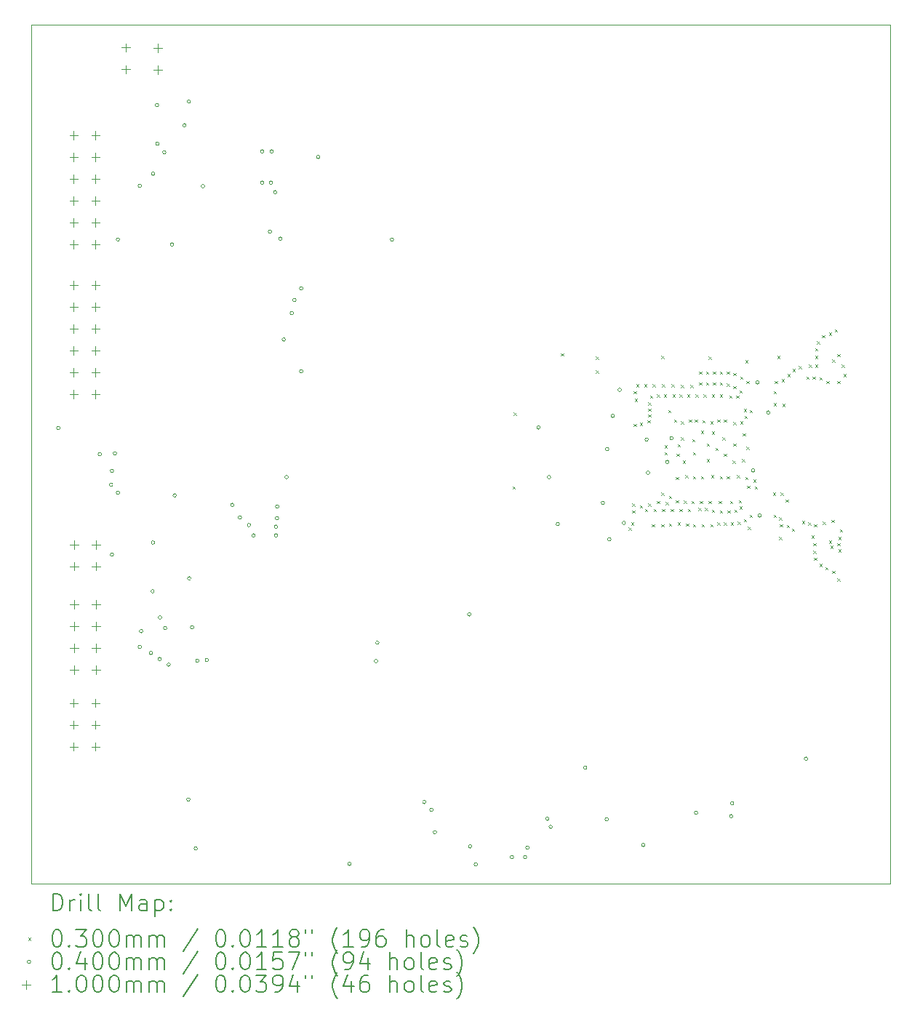
<source format=gbr>
%FSLAX45Y45*%
G04 Gerber Fmt 4.5, Leading zero omitted, Abs format (unit mm)*
G04 Created by KiCad (PCBNEW 6.0.4-6f826c9f35~116~ubuntu18.04.1) date 2022-03-28 12:00:20*
%MOMM*%
%LPD*%
G01*
G04 APERTURE LIST*
%TA.AperFunction,Profile*%
%ADD10C,0.100000*%
%TD*%
%ADD11C,0.200000*%
%ADD12C,0.030000*%
%ADD13C,0.040000*%
%ADD14C,0.100000*%
G04 APERTURE END LIST*
D10*
X2997474Y-2312623D02*
X12997474Y-2312623D01*
X12997474Y-2312623D02*
X12997474Y-12312623D01*
X12997474Y-12312623D02*
X2997474Y-12312623D01*
X2997474Y-12312623D02*
X2997474Y-2312623D01*
D11*
D12*
X8602474Y-7687623D02*
X8632474Y-7717623D01*
X8632474Y-7687623D02*
X8602474Y-7717623D01*
X8612474Y-6827623D02*
X8642474Y-6857623D01*
X8642474Y-6827623D02*
X8612474Y-6857623D01*
X9162208Y-6136736D02*
X9192208Y-6166736D01*
X9192208Y-6136736D02*
X9162208Y-6166736D01*
X9572474Y-6177623D02*
X9602474Y-6207623D01*
X9602474Y-6177623D02*
X9572474Y-6207623D01*
X9572474Y-6337623D02*
X9602474Y-6367623D01*
X9602474Y-6337623D02*
X9572474Y-6367623D01*
X9952474Y-8167623D02*
X9982474Y-8197623D01*
X9982474Y-8167623D02*
X9952474Y-8197623D01*
X9982474Y-8107623D02*
X10012474Y-8137623D01*
X10012474Y-8107623D02*
X9982474Y-8137623D01*
X9992474Y-7887623D02*
X10022474Y-7917623D01*
X10022474Y-7887623D02*
X9992474Y-7917623D01*
X9992474Y-7967623D02*
X10022474Y-7997623D01*
X10022474Y-7967623D02*
X9992474Y-7997623D01*
X10012474Y-6577623D02*
X10042474Y-6607623D01*
X10042474Y-6577623D02*
X10012474Y-6607623D01*
X10012474Y-6957623D02*
X10042474Y-6987623D01*
X10042474Y-6957623D02*
X10012474Y-6987623D01*
X10022474Y-6667623D02*
X10052474Y-6697623D01*
X10052474Y-6667623D02*
X10022474Y-6697623D01*
X10042474Y-6497623D02*
X10072474Y-6527623D01*
X10072474Y-6497623D02*
X10042474Y-6527623D01*
X10082474Y-6947623D02*
X10112474Y-6977623D01*
X10112474Y-6947623D02*
X10082474Y-6977623D01*
X10082474Y-7907623D02*
X10112474Y-7937623D01*
X10112474Y-7907623D02*
X10082474Y-7937623D01*
X10132474Y-6497623D02*
X10162474Y-6527623D01*
X10162474Y-6497623D02*
X10132474Y-6527623D01*
X10142474Y-7947623D02*
X10172474Y-7977623D01*
X10172474Y-7947623D02*
X10142474Y-7977623D01*
X10172474Y-6917623D02*
X10202474Y-6947623D01*
X10202474Y-6917623D02*
X10172474Y-6947623D01*
X10182474Y-6707623D02*
X10212474Y-6737623D01*
X10212474Y-6707623D02*
X10182474Y-6737623D01*
X10182474Y-6847623D02*
X10212474Y-6877623D01*
X10212474Y-6847623D02*
X10182474Y-6877623D01*
X10182474Y-7887623D02*
X10212474Y-7917623D01*
X10212474Y-7887623D02*
X10182474Y-7917623D01*
X10182568Y-6781377D02*
X10212568Y-6811377D01*
X10212568Y-6781377D02*
X10182568Y-6811377D01*
X10202474Y-6627623D02*
X10232474Y-6657623D01*
X10232474Y-6627623D02*
X10202474Y-6657623D01*
X10222474Y-8127623D02*
X10252474Y-8157623D01*
X10252474Y-8127623D02*
X10222474Y-8157623D01*
X10232474Y-6497623D02*
X10262474Y-6527623D01*
X10262474Y-6497623D02*
X10232474Y-6527623D01*
X10242474Y-7947623D02*
X10272474Y-7977623D01*
X10272474Y-7947623D02*
X10242474Y-7977623D01*
X10282474Y-6617623D02*
X10312474Y-6647623D01*
X10312474Y-6617623D02*
X10282474Y-6647623D01*
X10282474Y-7857623D02*
X10312474Y-7887623D01*
X10312474Y-7857623D02*
X10282474Y-7887623D01*
X10332474Y-6167623D02*
X10362474Y-6197623D01*
X10362474Y-6167623D02*
X10332474Y-6197623D01*
X10332474Y-7757623D02*
X10362474Y-7787623D01*
X10362474Y-7757623D02*
X10332474Y-7787623D01*
X10332474Y-8127623D02*
X10362474Y-8157623D01*
X10362474Y-8127623D02*
X10332474Y-8157623D01*
X10342474Y-6497623D02*
X10372474Y-6527623D01*
X10372474Y-6497623D02*
X10342474Y-6527623D01*
X10342474Y-7947623D02*
X10372474Y-7977623D01*
X10372474Y-7947623D02*
X10342474Y-7977623D01*
X10362474Y-6617623D02*
X10392474Y-6647623D01*
X10392474Y-6617623D02*
X10362474Y-6647623D01*
X10372474Y-7207623D02*
X10402474Y-7237623D01*
X10402474Y-7207623D02*
X10372474Y-7237623D01*
X10372474Y-7287623D02*
X10402474Y-7317623D01*
X10402474Y-7287623D02*
X10372474Y-7317623D01*
X10382474Y-7867623D02*
X10412474Y-7897623D01*
X10412474Y-7867623D02*
X10382474Y-7897623D01*
X10412474Y-6797623D02*
X10442474Y-6827623D01*
X10442474Y-6797623D02*
X10412474Y-6827623D01*
X10422474Y-7797623D02*
X10452474Y-7827623D01*
X10452474Y-7797623D02*
X10422474Y-7827623D01*
X10422474Y-8117623D02*
X10452474Y-8147623D01*
X10452474Y-8117623D02*
X10422474Y-8147623D01*
X10442474Y-7947623D02*
X10472474Y-7977623D01*
X10472474Y-7947623D02*
X10442474Y-7977623D01*
X10452474Y-6497623D02*
X10482474Y-6527623D01*
X10482474Y-6497623D02*
X10452474Y-6527623D01*
X10462474Y-6617623D02*
X10492474Y-6647623D01*
X10492474Y-6617623D02*
X10462474Y-6647623D01*
X10482474Y-6907623D02*
X10512474Y-6937623D01*
X10512474Y-6907623D02*
X10482474Y-6937623D01*
X10502474Y-7577623D02*
X10532474Y-7607623D01*
X10532474Y-7577623D02*
X10502474Y-7607623D01*
X10502474Y-7847623D02*
X10532474Y-7877623D01*
X10532474Y-7847623D02*
X10502474Y-7877623D01*
X10512474Y-7307623D02*
X10542474Y-7337623D01*
X10542474Y-7307623D02*
X10512474Y-7337623D01*
X10522474Y-7197623D02*
X10552474Y-7227623D01*
X10552474Y-7197623D02*
X10522474Y-7227623D01*
X10522474Y-8107623D02*
X10552474Y-8137623D01*
X10552474Y-8107623D02*
X10522474Y-8137623D01*
X10542474Y-6617623D02*
X10572474Y-6647623D01*
X10572474Y-6617623D02*
X10542474Y-6647623D01*
X10542474Y-7947623D02*
X10572474Y-7977623D01*
X10572474Y-7947623D02*
X10542474Y-7977623D01*
X10562474Y-6507623D02*
X10592474Y-6537623D01*
X10592474Y-6507623D02*
X10562474Y-6537623D01*
X10562474Y-6927623D02*
X10592474Y-6957623D01*
X10592474Y-6927623D02*
X10562474Y-6957623D01*
X10562474Y-7117623D02*
X10592474Y-7147623D01*
X10592474Y-7117623D02*
X10562474Y-7147623D01*
X10582474Y-7387623D02*
X10612474Y-7417623D01*
X10612474Y-7387623D02*
X10582474Y-7417623D01*
X10596514Y-7854399D02*
X10626514Y-7884399D01*
X10626514Y-7854399D02*
X10596514Y-7884399D01*
X10612474Y-7557623D02*
X10642474Y-7587623D01*
X10642474Y-7557623D02*
X10612474Y-7587623D01*
X10622474Y-8117623D02*
X10652474Y-8147623D01*
X10652474Y-8117623D02*
X10622474Y-8147623D01*
X10632474Y-6617623D02*
X10662474Y-6647623D01*
X10662474Y-6617623D02*
X10632474Y-6647623D01*
X10642474Y-7947623D02*
X10672474Y-7977623D01*
X10672474Y-7947623D02*
X10642474Y-7977623D01*
X10652474Y-6907623D02*
X10682474Y-6937623D01*
X10682474Y-6907623D02*
X10652474Y-6937623D01*
X10672474Y-6507623D02*
X10702474Y-6537623D01*
X10702474Y-6507623D02*
X10672474Y-6537623D01*
X10682474Y-7857623D02*
X10712474Y-7887623D01*
X10712474Y-7857623D02*
X10682474Y-7887623D01*
X10692474Y-7137623D02*
X10722474Y-7167623D01*
X10722474Y-7137623D02*
X10692474Y-7167623D01*
X10702474Y-7287623D02*
X10732474Y-7317623D01*
X10732474Y-7287623D02*
X10702474Y-7317623D01*
X10702474Y-7567623D02*
X10732474Y-7597623D01*
X10732474Y-7567623D02*
X10702474Y-7597623D01*
X10702474Y-8127623D02*
X10732474Y-8157623D01*
X10732474Y-8127623D02*
X10702474Y-8157623D01*
X10722474Y-6907623D02*
X10752474Y-6937623D01*
X10752474Y-6907623D02*
X10722474Y-6937623D01*
X10732474Y-6617623D02*
X10762474Y-6647623D01*
X10762474Y-6617623D02*
X10732474Y-6647623D01*
X10762474Y-7937623D02*
X10792474Y-7967623D01*
X10792474Y-7937623D02*
X10762474Y-7967623D01*
X10772474Y-6347623D02*
X10802474Y-6377623D01*
X10802474Y-6347623D02*
X10772474Y-6377623D01*
X10772474Y-6477623D02*
X10802474Y-6507623D01*
X10802474Y-6477623D02*
X10772474Y-6507623D01*
X10782474Y-7857623D02*
X10812474Y-7887623D01*
X10812474Y-7857623D02*
X10782474Y-7887623D01*
X10792474Y-7037623D02*
X10822474Y-7067623D01*
X10822474Y-7037623D02*
X10792474Y-7067623D01*
X10792474Y-7567623D02*
X10822474Y-7597623D01*
X10822474Y-7567623D02*
X10792474Y-7597623D01*
X10802474Y-8127623D02*
X10832474Y-8157623D01*
X10832474Y-8127623D02*
X10802474Y-8157623D01*
X10812474Y-6917623D02*
X10842474Y-6947623D01*
X10842474Y-6917623D02*
X10812474Y-6947623D01*
X10822474Y-6617623D02*
X10852474Y-6647623D01*
X10852474Y-6617623D02*
X10822474Y-6647623D01*
X10842474Y-7937623D02*
X10872474Y-7967623D01*
X10872474Y-7937623D02*
X10842474Y-7967623D01*
X10852474Y-6347623D02*
X10882474Y-6377623D01*
X10882474Y-6347623D02*
X10852474Y-6377623D01*
X10852474Y-6477623D02*
X10882474Y-6507623D01*
X10882474Y-6477623D02*
X10852474Y-6507623D01*
X10862474Y-7187623D02*
X10892474Y-7217623D01*
X10892474Y-7187623D02*
X10862474Y-7217623D01*
X10862474Y-7367623D02*
X10892474Y-7397623D01*
X10892474Y-7367623D02*
X10862474Y-7397623D01*
X10882474Y-6177623D02*
X10912474Y-6207623D01*
X10912474Y-6177623D02*
X10882474Y-6207623D01*
X10882474Y-7857623D02*
X10912474Y-7887623D01*
X10912474Y-7857623D02*
X10882474Y-7887623D01*
X10902474Y-6927623D02*
X10932474Y-6957623D01*
X10932474Y-6927623D02*
X10902474Y-6957623D01*
X10902474Y-8127623D02*
X10932474Y-8157623D01*
X10932474Y-8127623D02*
X10902474Y-8157623D01*
X10912474Y-7557623D02*
X10942474Y-7587623D01*
X10942474Y-7557623D02*
X10912474Y-7587623D01*
X10922474Y-6617623D02*
X10952474Y-6647623D01*
X10952474Y-6617623D02*
X10922474Y-6647623D01*
X10922474Y-7047623D02*
X10952474Y-7077623D01*
X10952474Y-7047623D02*
X10922474Y-7077623D01*
X10922474Y-7957623D02*
X10952474Y-7987623D01*
X10952474Y-7957623D02*
X10922474Y-7987623D01*
X10932474Y-6347623D02*
X10962474Y-6377623D01*
X10962474Y-6347623D02*
X10932474Y-6377623D01*
X10932474Y-6477623D02*
X10962474Y-6507623D01*
X10962474Y-6477623D02*
X10932474Y-6507623D01*
X10962474Y-7237623D02*
X10992474Y-7267623D01*
X10992474Y-7237623D02*
X10962474Y-7267623D01*
X10982474Y-6907623D02*
X11012474Y-6937623D01*
X11012474Y-6907623D02*
X10982474Y-6937623D01*
X10982474Y-8107623D02*
X11012474Y-8137623D01*
X11012474Y-8107623D02*
X10982474Y-8137623D01*
X11002474Y-7857623D02*
X11032474Y-7887623D01*
X11032474Y-7857623D02*
X11002474Y-7887623D01*
X11012474Y-6347623D02*
X11042474Y-6377623D01*
X11042474Y-6347623D02*
X11012474Y-6377623D01*
X11012474Y-6477623D02*
X11042474Y-6507623D01*
X11042474Y-6477623D02*
X11012474Y-6507623D01*
X11012474Y-6617623D02*
X11042474Y-6647623D01*
X11042474Y-6617623D02*
X11012474Y-6647623D01*
X11012474Y-7567623D02*
X11042474Y-7597623D01*
X11042474Y-7567623D02*
X11012474Y-7597623D01*
X11012474Y-7967623D02*
X11042474Y-7997623D01*
X11042474Y-7967623D02*
X11012474Y-7997623D01*
X11042474Y-7117623D02*
X11072474Y-7147623D01*
X11072474Y-7117623D02*
X11042474Y-7147623D01*
X11062474Y-6907623D02*
X11092474Y-6937623D01*
X11092474Y-6907623D02*
X11062474Y-6937623D01*
X11062474Y-7307623D02*
X11092474Y-7337623D01*
X11092474Y-7307623D02*
X11062474Y-7337623D01*
X11062474Y-8107623D02*
X11092474Y-8137623D01*
X11092474Y-8107623D02*
X11062474Y-8137623D01*
X11092474Y-6347623D02*
X11122474Y-6377623D01*
X11122474Y-6347623D02*
X11092474Y-6377623D01*
X11092474Y-6487623D02*
X11122474Y-6517623D01*
X11122474Y-6487623D02*
X11092474Y-6517623D01*
X11092474Y-7567623D02*
X11122474Y-7597623D01*
X11122474Y-7567623D02*
X11092474Y-7597623D01*
X11102474Y-7967623D02*
X11132474Y-7997623D01*
X11132474Y-7967623D02*
X11102474Y-7997623D01*
X11122474Y-6627623D02*
X11152474Y-6657623D01*
X11152474Y-6627623D02*
X11122474Y-6657623D01*
X11132474Y-7857623D02*
X11162474Y-7887623D01*
X11162474Y-7857623D02*
X11132474Y-7887623D01*
X11142474Y-8107623D02*
X11172474Y-8137623D01*
X11172474Y-8107623D02*
X11142474Y-8137623D01*
X11162474Y-7387623D02*
X11192474Y-7417623D01*
X11192474Y-7387623D02*
X11162474Y-7417623D01*
X11172474Y-6367623D02*
X11202474Y-6397623D01*
X11202474Y-6367623D02*
X11172474Y-6397623D01*
X11172474Y-6517623D02*
X11202474Y-6547623D01*
X11202474Y-6517623D02*
X11172474Y-6547623D01*
X11172474Y-6937623D02*
X11202474Y-6967623D01*
X11202474Y-6937623D02*
X11172474Y-6967623D01*
X11172474Y-7187623D02*
X11202474Y-7217623D01*
X11202474Y-7187623D02*
X11172474Y-7217623D01*
X11182474Y-7957623D02*
X11212474Y-7987623D01*
X11212474Y-7957623D02*
X11182474Y-7987623D01*
X11202474Y-6627623D02*
X11232474Y-6657623D01*
X11232474Y-6627623D02*
X11202474Y-6657623D01*
X11212474Y-7557623D02*
X11242474Y-7587623D01*
X11242474Y-7557623D02*
X11212474Y-7587623D01*
X11222474Y-8097623D02*
X11252474Y-8127623D01*
X11252474Y-8097623D02*
X11222474Y-8127623D01*
X11232474Y-7847623D02*
X11262474Y-7877623D01*
X11262474Y-7847623D02*
X11232474Y-7877623D01*
X11242474Y-6567623D02*
X11272474Y-6597623D01*
X11272474Y-6567623D02*
X11242474Y-6597623D01*
X11242474Y-7917623D02*
X11272474Y-7947623D01*
X11272474Y-7917623D02*
X11242474Y-7947623D01*
X11252474Y-6407623D02*
X11282474Y-6437623D01*
X11282474Y-6407623D02*
X11252474Y-6437623D01*
X11252474Y-6927623D02*
X11282474Y-6957623D01*
X11282474Y-6927623D02*
X11252474Y-6957623D01*
X11272474Y-7367623D02*
X11302474Y-7397623D01*
X11302474Y-7367623D02*
X11272474Y-7397623D01*
X11282474Y-7067623D02*
X11312474Y-7097623D01*
X11312474Y-7067623D02*
X11282474Y-7097623D01*
X11292474Y-6787623D02*
X11322474Y-6817623D01*
X11322474Y-6787623D02*
X11292474Y-6817623D01*
X11292474Y-8067623D02*
X11322474Y-8097623D01*
X11322474Y-8067623D02*
X11292474Y-8097623D01*
X11302474Y-6867623D02*
X11332474Y-6897623D01*
X11332474Y-6867623D02*
X11302474Y-6897623D01*
X11312474Y-6217623D02*
X11342474Y-6247623D01*
X11342474Y-6217623D02*
X11312474Y-6247623D01*
X11312474Y-7577623D02*
X11342474Y-7607623D01*
X11342474Y-7577623D02*
X11312474Y-7607623D01*
X11322474Y-6457623D02*
X11352474Y-6487623D01*
X11352474Y-6457623D02*
X11322474Y-6487623D01*
X11322474Y-7227623D02*
X11352474Y-7257623D01*
X11352474Y-7227623D02*
X11322474Y-7257623D01*
X11332474Y-7677623D02*
X11362474Y-7707623D01*
X11362474Y-7677623D02*
X11332474Y-7707623D01*
X11342474Y-8157623D02*
X11372474Y-8187623D01*
X11372474Y-8157623D02*
X11342474Y-8187623D01*
X11362474Y-6797623D02*
X11392474Y-6827623D01*
X11392474Y-6797623D02*
X11362474Y-6827623D01*
X11362474Y-8017623D02*
X11392474Y-8047623D01*
X11392474Y-8017623D02*
X11362474Y-8047623D01*
X11402474Y-7607623D02*
X11432474Y-7637623D01*
X11432474Y-7607623D02*
X11402474Y-7637623D01*
X11422474Y-7687623D02*
X11452474Y-7717623D01*
X11452474Y-7687623D02*
X11422474Y-7717623D01*
X11632474Y-7757623D02*
X11662474Y-7787623D01*
X11662474Y-7757623D02*
X11632474Y-7787623D01*
X11642474Y-6577623D02*
X11672474Y-6607623D01*
X11672474Y-6577623D02*
X11642474Y-6607623D01*
X11642474Y-6717623D02*
X11672474Y-6747623D01*
X11672474Y-6717623D02*
X11642474Y-6747623D01*
X11642474Y-8017623D02*
X11672474Y-8047623D01*
X11672474Y-8017623D02*
X11642474Y-8047623D01*
X11652474Y-6457623D02*
X11682474Y-6487623D01*
X11682474Y-6457623D02*
X11652474Y-6487623D01*
X11682474Y-6167623D02*
X11712474Y-6197623D01*
X11712474Y-6167623D02*
X11682474Y-6197623D01*
X11702474Y-8047623D02*
X11732474Y-8077623D01*
X11732474Y-8047623D02*
X11702474Y-8077623D01*
X11702474Y-8277623D02*
X11732474Y-8307623D01*
X11732474Y-8277623D02*
X11702474Y-8307623D01*
X11712474Y-8127623D02*
X11742474Y-8157623D01*
X11742474Y-8127623D02*
X11712474Y-8157623D01*
X11722474Y-7757623D02*
X11752474Y-7787623D01*
X11752474Y-7757623D02*
X11722474Y-7787623D01*
X11732474Y-6437623D02*
X11762474Y-6467623D01*
X11762474Y-6437623D02*
X11732474Y-6467623D01*
X11742474Y-6727623D02*
X11772474Y-6757623D01*
X11772474Y-6727623D02*
X11742474Y-6757623D01*
X11782474Y-7837623D02*
X11812474Y-7867623D01*
X11812474Y-7837623D02*
X11782474Y-7867623D01*
X11792474Y-8137623D02*
X11822474Y-8167623D01*
X11822474Y-8137623D02*
X11792474Y-8167623D01*
X11802474Y-6377623D02*
X11832474Y-6407623D01*
X11832474Y-6377623D02*
X11802474Y-6407623D01*
X11852474Y-8177623D02*
X11882474Y-8207623D01*
X11882474Y-8177623D02*
X11852474Y-8207623D01*
X11862474Y-6317623D02*
X11892474Y-6347623D01*
X11892474Y-6317623D02*
X11862474Y-6347623D01*
X11932474Y-6287623D02*
X11962474Y-6317623D01*
X11962474Y-6287623D02*
X11932474Y-6317623D01*
X11972474Y-8087623D02*
X12002474Y-8117623D01*
X12002474Y-8087623D02*
X11972474Y-8117623D01*
X12022474Y-6407623D02*
X12052474Y-6437623D01*
X12052474Y-6407623D02*
X12022474Y-6437623D01*
X12042474Y-8107623D02*
X12072474Y-8137623D01*
X12072474Y-8107623D02*
X12042474Y-8137623D01*
X12052474Y-6267623D02*
X12082474Y-6297623D01*
X12082474Y-6267623D02*
X12052474Y-6297623D01*
X12082474Y-8257623D02*
X12112474Y-8287623D01*
X12112474Y-8257623D02*
X12082474Y-8287623D01*
X12092474Y-6407623D02*
X12122474Y-6437623D01*
X12122474Y-6407623D02*
X12092474Y-6437623D01*
X12102474Y-8347623D02*
X12132474Y-8377623D01*
X12132474Y-8347623D02*
X12102474Y-8377623D01*
X12102474Y-8437623D02*
X12132474Y-8467623D01*
X12132474Y-8437623D02*
X12102474Y-8467623D01*
X12112474Y-8127623D02*
X12142474Y-8157623D01*
X12142474Y-8127623D02*
X12112474Y-8157623D01*
X12112474Y-8517623D02*
X12142474Y-8547623D01*
X12142474Y-8517623D02*
X12112474Y-8547623D01*
X12122474Y-6077623D02*
X12152474Y-6107623D01*
X12152474Y-6077623D02*
X12122474Y-6107623D01*
X12122474Y-6167623D02*
X12152474Y-6197623D01*
X12152474Y-6167623D02*
X12122474Y-6197623D01*
X12122474Y-6267623D02*
X12152474Y-6297623D01*
X12152474Y-6267623D02*
X12122474Y-6297623D01*
X12142474Y-5997623D02*
X12172474Y-6027623D01*
X12172474Y-5997623D02*
X12142474Y-6027623D01*
X12172474Y-6417623D02*
X12202474Y-6447623D01*
X12202474Y-6417623D02*
X12172474Y-6447623D01*
X12172474Y-8587623D02*
X12202474Y-8617623D01*
X12202474Y-8587623D02*
X12172474Y-8617623D01*
X12202474Y-5927623D02*
X12232474Y-5957623D01*
X12232474Y-5927623D02*
X12202474Y-5957623D01*
X12212474Y-8097623D02*
X12242474Y-8127623D01*
X12242474Y-8097623D02*
X12212474Y-8127623D01*
X12242474Y-8627623D02*
X12272474Y-8657623D01*
X12272474Y-8627623D02*
X12242474Y-8657623D01*
X12252474Y-6457623D02*
X12282474Y-6487623D01*
X12282474Y-6457623D02*
X12252474Y-6487623D01*
X12282474Y-5897623D02*
X12312474Y-5927623D01*
X12312474Y-5897623D02*
X12282474Y-5927623D01*
X12282474Y-8317623D02*
X12312474Y-8347623D01*
X12312474Y-8317623D02*
X12282474Y-8347623D01*
X12302474Y-8377623D02*
X12332474Y-8407623D01*
X12332474Y-8377623D02*
X12302474Y-8407623D01*
X12312474Y-8077623D02*
X12342474Y-8107623D01*
X12342474Y-8077623D02*
X12312474Y-8107623D01*
X12322474Y-6207623D02*
X12352474Y-6237623D01*
X12352474Y-6207623D02*
X12322474Y-6237623D01*
X12322474Y-8667623D02*
X12352474Y-8697623D01*
X12352474Y-8667623D02*
X12322474Y-8697623D01*
X12352474Y-5857623D02*
X12382474Y-5887623D01*
X12382474Y-5857623D02*
X12352474Y-5887623D01*
X12382474Y-6147623D02*
X12412474Y-6177623D01*
X12412474Y-6147623D02*
X12382474Y-6177623D01*
X12382474Y-6457623D02*
X12412474Y-6487623D01*
X12412474Y-6457623D02*
X12382474Y-6487623D01*
X12382474Y-8347623D02*
X12412474Y-8377623D01*
X12412474Y-8347623D02*
X12382474Y-8377623D01*
X12382474Y-8757623D02*
X12412474Y-8787623D01*
X12412474Y-8757623D02*
X12382474Y-8787623D01*
X12392474Y-8277623D02*
X12422474Y-8307623D01*
X12422474Y-8277623D02*
X12392474Y-8307623D01*
X12392474Y-8417623D02*
X12422474Y-8447623D01*
X12422474Y-8417623D02*
X12392474Y-8447623D01*
X12412474Y-8187623D02*
X12442474Y-8217623D01*
X12442474Y-8187623D02*
X12412474Y-8217623D01*
X12432474Y-6267623D02*
X12462474Y-6297623D01*
X12462474Y-6267623D02*
X12432474Y-6297623D01*
X12452474Y-6377623D02*
X12482474Y-6407623D01*
X12482474Y-6377623D02*
X12452474Y-6407623D01*
D13*
X3332474Y-7007623D02*
G75*
G03*
X3332474Y-7007623I-20000J0D01*
G01*
X3817474Y-7312623D02*
G75*
G03*
X3817474Y-7312623I-20000J0D01*
G01*
X3947524Y-7666620D02*
G75*
G03*
X3947524Y-7666620I-20000J0D01*
G01*
X3957474Y-8482623D02*
G75*
G03*
X3957474Y-8482623I-20000J0D01*
G01*
X3957524Y-7506131D02*
G75*
G03*
X3957524Y-7506131I-20000J0D01*
G01*
X3992474Y-7302623D02*
G75*
G03*
X3992474Y-7302623I-20000J0D01*
G01*
X4027474Y-4812623D02*
G75*
G03*
X4027474Y-4812623I-20000J0D01*
G01*
X4027474Y-7762623D02*
G75*
G03*
X4027474Y-7762623I-20000J0D01*
G01*
X4282474Y-4187623D02*
G75*
G03*
X4282474Y-4187623I-20000J0D01*
G01*
X4282474Y-9557623D02*
G75*
G03*
X4282474Y-9557623I-20000J0D01*
G01*
X4297474Y-9372623D02*
G75*
G03*
X4297474Y-9372623I-20000J0D01*
G01*
X4412474Y-9627623D02*
G75*
G03*
X4412474Y-9627623I-20000J0D01*
G01*
X4430876Y-8907673D02*
G75*
G03*
X4430876Y-8907673I-20000J0D01*
G01*
X4436224Y-8341373D02*
G75*
G03*
X4436224Y-8341373I-20000J0D01*
G01*
X4437474Y-4047623D02*
G75*
G03*
X4437474Y-4047623I-20000J0D01*
G01*
X4482474Y-3247623D02*
G75*
G03*
X4482474Y-3247623I-20000J0D01*
G01*
X4487474Y-3697623D02*
G75*
G03*
X4487474Y-3697623I-20000J0D01*
G01*
X4512474Y-9697623D02*
G75*
G03*
X4512474Y-9697623I-20000J0D01*
G01*
X4517474Y-9212623D02*
G75*
G03*
X4517474Y-9212623I-20000J0D01*
G01*
X4567474Y-3797623D02*
G75*
G03*
X4567474Y-3797623I-20000J0D01*
G01*
X4577474Y-9337623D02*
G75*
G03*
X4577474Y-9337623I-20000J0D01*
G01*
X4617474Y-9762623D02*
G75*
G03*
X4617474Y-9762623I-20000J0D01*
G01*
X4657474Y-4872573D02*
G75*
G03*
X4657474Y-4872573I-20000J0D01*
G01*
X4687474Y-7792623D02*
G75*
G03*
X4687474Y-7792623I-20000J0D01*
G01*
X4802474Y-3482623D02*
G75*
G03*
X4802474Y-3482623I-20000J0D01*
G01*
X4847474Y-11332623D02*
G75*
G03*
X4847474Y-11332623I-20000J0D01*
G01*
X4852474Y-3207623D02*
G75*
G03*
X4852474Y-3207623I-20000J0D01*
G01*
X4857474Y-8757623D02*
G75*
G03*
X4857474Y-8757623I-20000J0D01*
G01*
X4892474Y-9327623D02*
G75*
G03*
X4892474Y-9327623I-20000J0D01*
G01*
X4932474Y-11902623D02*
G75*
G03*
X4932474Y-11902623I-20000J0D01*
G01*
X4952474Y-9717623D02*
G75*
G03*
X4952474Y-9717623I-20000J0D01*
G01*
X5017474Y-4192623D02*
G75*
G03*
X5017474Y-4192623I-20000J0D01*
G01*
X5062474Y-9707623D02*
G75*
G03*
X5062474Y-9707623I-20000J0D01*
G01*
X5357474Y-7902623D02*
G75*
G03*
X5357474Y-7902623I-20000J0D01*
G01*
X5447474Y-8047623D02*
G75*
G03*
X5447474Y-8047623I-20000J0D01*
G01*
X5552474Y-8137623D02*
G75*
G03*
X5552474Y-8137623I-20000J0D01*
G01*
X5607523Y-8257672D02*
G75*
G03*
X5607523Y-8257672I-20000J0D01*
G01*
X5707474Y-3787623D02*
G75*
G03*
X5707474Y-3787623I-20000J0D01*
G01*
X5707524Y-4152623D02*
G75*
G03*
X5707524Y-4152623I-20000J0D01*
G01*
X5797524Y-4722479D02*
G75*
G03*
X5797524Y-4722479I-20000J0D01*
G01*
X5807474Y-4152623D02*
G75*
G03*
X5807474Y-4152623I-20000J0D01*
G01*
X5817474Y-3787623D02*
G75*
G03*
X5817474Y-3787623I-20000J0D01*
G01*
X5857474Y-4262623D02*
G75*
G03*
X5857474Y-4262623I-20000J0D01*
G01*
X5865796Y-8156889D02*
G75*
G03*
X5865796Y-8156889I-20000J0D01*
G01*
X5867523Y-8257672D02*
G75*
G03*
X5867523Y-8257672I-20000J0D01*
G01*
X5877474Y-8057623D02*
G75*
G03*
X5877474Y-8057623I-20000J0D01*
G01*
X5882474Y-7922623D02*
G75*
G03*
X5882474Y-7922623I-20000J0D01*
G01*
X5917474Y-4802623D02*
G75*
G03*
X5917474Y-4802623I-20000J0D01*
G01*
X5957524Y-5977623D02*
G75*
G03*
X5957524Y-5977623I-20000J0D01*
G01*
X5989474Y-7579623D02*
G75*
G03*
X5989474Y-7579623I-20000J0D01*
G01*
X6051723Y-5669722D02*
G75*
G03*
X6051723Y-5669722I-20000J0D01*
G01*
X6082474Y-5517623D02*
G75*
G03*
X6082474Y-5517623I-20000J0D01*
G01*
X6162474Y-5382623D02*
G75*
G03*
X6162474Y-5382623I-20000J0D01*
G01*
X6162474Y-6347623D02*
G75*
G03*
X6162474Y-6347623I-20000J0D01*
G01*
X6357474Y-3852623D02*
G75*
G03*
X6357474Y-3852623I-20000J0D01*
G01*
X6722474Y-12082623D02*
G75*
G03*
X6722474Y-12082623I-20000J0D01*
G01*
X7032474Y-9722623D02*
G75*
G03*
X7032474Y-9722623I-20000J0D01*
G01*
X7047474Y-9507623D02*
G75*
G03*
X7047474Y-9507623I-20000J0D01*
G01*
X7217474Y-4812623D02*
G75*
G03*
X7217474Y-4812623I-20000J0D01*
G01*
X7592474Y-11362623D02*
G75*
G03*
X7592474Y-11362623I-20000J0D01*
G01*
X7677474Y-11452623D02*
G75*
G03*
X7677474Y-11452623I-20000J0D01*
G01*
X7717474Y-11712623D02*
G75*
G03*
X7717474Y-11712623I-20000J0D01*
G01*
X8117474Y-9177623D02*
G75*
G03*
X8117474Y-9177623I-20000J0D01*
G01*
X8127474Y-11877623D02*
G75*
G03*
X8127474Y-11877623I-20000J0D01*
G01*
X8192474Y-12087623D02*
G75*
G03*
X8192474Y-12087623I-20000J0D01*
G01*
X8612474Y-12002623D02*
G75*
G03*
X8612474Y-12002623I-20000J0D01*
G01*
X8767474Y-12002623D02*
G75*
G03*
X8767474Y-12002623I-20000J0D01*
G01*
X8795532Y-11893700D02*
G75*
G03*
X8795532Y-11893700I-20000J0D01*
G01*
X8922474Y-7002623D02*
G75*
G03*
X8922474Y-7002623I-20000J0D01*
G01*
X9028119Y-11557573D02*
G75*
G03*
X9028119Y-11557573I-20000J0D01*
G01*
X9045474Y-7579623D02*
G75*
G03*
X9045474Y-7579623I-20000J0D01*
G01*
X9064834Y-11650536D02*
G75*
G03*
X9064834Y-11650536I-20000J0D01*
G01*
X9147474Y-8127623D02*
G75*
G03*
X9147474Y-8127623I-20000J0D01*
G01*
X9467474Y-10962623D02*
G75*
G03*
X9467474Y-10962623I-20000J0D01*
G01*
X9672474Y-7877623D02*
G75*
G03*
X9672474Y-7877623I-20000J0D01*
G01*
X9717474Y-11562623D02*
G75*
G03*
X9717474Y-11562623I-20000J0D01*
G01*
X9722474Y-7252623D02*
G75*
G03*
X9722474Y-7252623I-20000J0D01*
G01*
X9747474Y-8302623D02*
G75*
G03*
X9747474Y-8302623I-20000J0D01*
G01*
X9787474Y-6867623D02*
G75*
G03*
X9787474Y-6867623I-20000J0D01*
G01*
X9867474Y-6562623D02*
G75*
G03*
X9867474Y-6562623I-20000J0D01*
G01*
X9917474Y-8112623D02*
G75*
G03*
X9917474Y-8112623I-20000J0D01*
G01*
X10142474Y-11862623D02*
G75*
G03*
X10142474Y-11862623I-20000J0D01*
G01*
X10182314Y-7141253D02*
G75*
G03*
X10182314Y-7141253I-20000J0D01*
G01*
X10197474Y-7527623D02*
G75*
G03*
X10197474Y-7527623I-20000J0D01*
G01*
X10422474Y-7402623D02*
G75*
G03*
X10422474Y-7402623I-20000J0D01*
G01*
X10472474Y-7127623D02*
G75*
G03*
X10472474Y-7127623I-20000J0D01*
G01*
X10757474Y-11487623D02*
G75*
G03*
X10757474Y-11487623I-20000J0D01*
G01*
X11167474Y-11527623D02*
G75*
G03*
X11167474Y-11527623I-20000J0D01*
G01*
X11177474Y-11377623D02*
G75*
G03*
X11177474Y-11377623I-20000J0D01*
G01*
X11422474Y-7502623D02*
G75*
G03*
X11422474Y-7502623I-20000J0D01*
G01*
X11472474Y-6477623D02*
G75*
G03*
X11472474Y-6477623I-20000J0D01*
G01*
X11497474Y-8027623D02*
G75*
G03*
X11497474Y-8027623I-20000J0D01*
G01*
X11597474Y-6827623D02*
G75*
G03*
X11597474Y-6827623I-20000J0D01*
G01*
X12037474Y-10857623D02*
G75*
G03*
X12037474Y-10857623I-20000J0D01*
G01*
D14*
X3493474Y-3546623D02*
X3493474Y-3646623D01*
X3443474Y-3596623D02*
X3543474Y-3596623D01*
X3493474Y-3800623D02*
X3493474Y-3900623D01*
X3443474Y-3850623D02*
X3543474Y-3850623D01*
X3493474Y-4054623D02*
X3493474Y-4154623D01*
X3443474Y-4104623D02*
X3543474Y-4104623D01*
X3493474Y-4308623D02*
X3493474Y-4408623D01*
X3443474Y-4358623D02*
X3543474Y-4358623D01*
X3493474Y-4562623D02*
X3493474Y-4662623D01*
X3443474Y-4612623D02*
X3543474Y-4612623D01*
X3493474Y-4816623D02*
X3493474Y-4916623D01*
X3443474Y-4866623D02*
X3543474Y-4866623D01*
X3493474Y-5296623D02*
X3493474Y-5396623D01*
X3443474Y-5346623D02*
X3543474Y-5346623D01*
X3493474Y-5550623D02*
X3493474Y-5650623D01*
X3443474Y-5600623D02*
X3543474Y-5600623D01*
X3493474Y-5804623D02*
X3493474Y-5904623D01*
X3443474Y-5854623D02*
X3543474Y-5854623D01*
X3493474Y-6058623D02*
X3493474Y-6158623D01*
X3443474Y-6108623D02*
X3543474Y-6108623D01*
X3493474Y-6312623D02*
X3493474Y-6412623D01*
X3443474Y-6362623D02*
X3543474Y-6362623D01*
X3493474Y-6566623D02*
X3493474Y-6666623D01*
X3443474Y-6616623D02*
X3543474Y-6616623D01*
X3493474Y-10158623D02*
X3493474Y-10258623D01*
X3443474Y-10208623D02*
X3543474Y-10208623D01*
X3493474Y-10412623D02*
X3493474Y-10512623D01*
X3443474Y-10462623D02*
X3543474Y-10462623D01*
X3493474Y-10666623D02*
X3493474Y-10766623D01*
X3443474Y-10716623D02*
X3543474Y-10716623D01*
X3497474Y-8316623D02*
X3497474Y-8416623D01*
X3447474Y-8366623D02*
X3547474Y-8366623D01*
X3497474Y-8566623D02*
X3497474Y-8666623D01*
X3447474Y-8616623D02*
X3547474Y-8616623D01*
X3497474Y-9007623D02*
X3497474Y-9107623D01*
X3447474Y-9057623D02*
X3547474Y-9057623D01*
X3497474Y-9261623D02*
X3497474Y-9361623D01*
X3447474Y-9311623D02*
X3547474Y-9311623D01*
X3497474Y-9515623D02*
X3497474Y-9615623D01*
X3447474Y-9565623D02*
X3547474Y-9565623D01*
X3497474Y-9769623D02*
X3497474Y-9869623D01*
X3447474Y-9819623D02*
X3547474Y-9819623D01*
X3747474Y-3546623D02*
X3747474Y-3646623D01*
X3697474Y-3596623D02*
X3797474Y-3596623D01*
X3747474Y-3800623D02*
X3747474Y-3900623D01*
X3697474Y-3850623D02*
X3797474Y-3850623D01*
X3747474Y-4054623D02*
X3747474Y-4154623D01*
X3697474Y-4104623D02*
X3797474Y-4104623D01*
X3747474Y-4308623D02*
X3747474Y-4408623D01*
X3697474Y-4358623D02*
X3797474Y-4358623D01*
X3747474Y-4562623D02*
X3747474Y-4662623D01*
X3697474Y-4612623D02*
X3797474Y-4612623D01*
X3747474Y-4816623D02*
X3747474Y-4916623D01*
X3697474Y-4866623D02*
X3797474Y-4866623D01*
X3747474Y-5296623D02*
X3747474Y-5396623D01*
X3697474Y-5346623D02*
X3797474Y-5346623D01*
X3747474Y-5550623D02*
X3747474Y-5650623D01*
X3697474Y-5600623D02*
X3797474Y-5600623D01*
X3747474Y-5804623D02*
X3747474Y-5904623D01*
X3697474Y-5854623D02*
X3797474Y-5854623D01*
X3747474Y-6058623D02*
X3747474Y-6158623D01*
X3697474Y-6108623D02*
X3797474Y-6108623D01*
X3747474Y-6312623D02*
X3747474Y-6412623D01*
X3697474Y-6362623D02*
X3797474Y-6362623D01*
X3747474Y-6566623D02*
X3747474Y-6666623D01*
X3697474Y-6616623D02*
X3797474Y-6616623D01*
X3747474Y-10158623D02*
X3747474Y-10258623D01*
X3697474Y-10208623D02*
X3797474Y-10208623D01*
X3747474Y-10412623D02*
X3747474Y-10512623D01*
X3697474Y-10462623D02*
X3797474Y-10462623D01*
X3747474Y-10666623D02*
X3747474Y-10766623D01*
X3697474Y-10716623D02*
X3797474Y-10716623D01*
X3751474Y-8316623D02*
X3751474Y-8416623D01*
X3701474Y-8366623D02*
X3801474Y-8366623D01*
X3751474Y-8566623D02*
X3751474Y-8666623D01*
X3701474Y-8616623D02*
X3801474Y-8616623D01*
X3751474Y-9007623D02*
X3751474Y-9107623D01*
X3701474Y-9057623D02*
X3801474Y-9057623D01*
X3751474Y-9261623D02*
X3751474Y-9361623D01*
X3701474Y-9311623D02*
X3801474Y-9311623D01*
X3751474Y-9515623D02*
X3751474Y-9615623D01*
X3701474Y-9565623D02*
X3801474Y-9565623D01*
X3751474Y-9769623D02*
X3751474Y-9869623D01*
X3701474Y-9819623D02*
X3801474Y-9819623D01*
X4097474Y-2529623D02*
X4097474Y-2629623D01*
X4047474Y-2579623D02*
X4147474Y-2579623D01*
X4097474Y-2783623D02*
X4097474Y-2883623D01*
X4047474Y-2833623D02*
X4147474Y-2833623D01*
X4472474Y-2533623D02*
X4472474Y-2633623D01*
X4422474Y-2583623D02*
X4522474Y-2583623D01*
X4472474Y-2787623D02*
X4472474Y-2887623D01*
X4422474Y-2837623D02*
X4522474Y-2837623D01*
D11*
X3250093Y-12628099D02*
X3250093Y-12428099D01*
X3297712Y-12428099D01*
X3326284Y-12437623D01*
X3345331Y-12456671D01*
X3354855Y-12475718D01*
X3364379Y-12513814D01*
X3364379Y-12542385D01*
X3354855Y-12580480D01*
X3345331Y-12599528D01*
X3326284Y-12618576D01*
X3297712Y-12628099D01*
X3250093Y-12628099D01*
X3450093Y-12628099D02*
X3450093Y-12494766D01*
X3450093Y-12532861D02*
X3459617Y-12513814D01*
X3469141Y-12504290D01*
X3488189Y-12494766D01*
X3507236Y-12494766D01*
X3573903Y-12628099D02*
X3573903Y-12494766D01*
X3573903Y-12428099D02*
X3564379Y-12437623D01*
X3573903Y-12447147D01*
X3583427Y-12437623D01*
X3573903Y-12428099D01*
X3573903Y-12447147D01*
X3697712Y-12628099D02*
X3678665Y-12618576D01*
X3669141Y-12599528D01*
X3669141Y-12428099D01*
X3802474Y-12628099D02*
X3783427Y-12618576D01*
X3773903Y-12599528D01*
X3773903Y-12428099D01*
X4031046Y-12628099D02*
X4031046Y-12428099D01*
X4097712Y-12570957D01*
X4164379Y-12428099D01*
X4164379Y-12628099D01*
X4345332Y-12628099D02*
X4345332Y-12523337D01*
X4335808Y-12504290D01*
X4316760Y-12494766D01*
X4278665Y-12494766D01*
X4259617Y-12504290D01*
X4345332Y-12618576D02*
X4326284Y-12628099D01*
X4278665Y-12628099D01*
X4259617Y-12618576D01*
X4250093Y-12599528D01*
X4250093Y-12580480D01*
X4259617Y-12561433D01*
X4278665Y-12551909D01*
X4326284Y-12551909D01*
X4345332Y-12542385D01*
X4440570Y-12494766D02*
X4440570Y-12694766D01*
X4440570Y-12504290D02*
X4459617Y-12494766D01*
X4497712Y-12494766D01*
X4516760Y-12504290D01*
X4526284Y-12513814D01*
X4535808Y-12532861D01*
X4535808Y-12590004D01*
X4526284Y-12609052D01*
X4516760Y-12618576D01*
X4497712Y-12628099D01*
X4459617Y-12628099D01*
X4440570Y-12618576D01*
X4621522Y-12609052D02*
X4631046Y-12618576D01*
X4621522Y-12628099D01*
X4611998Y-12618576D01*
X4621522Y-12609052D01*
X4621522Y-12628099D01*
X4621522Y-12504290D02*
X4631046Y-12513814D01*
X4621522Y-12523337D01*
X4611998Y-12513814D01*
X4621522Y-12504290D01*
X4621522Y-12523337D01*
D12*
X2962474Y-12942623D02*
X2992474Y-12972623D01*
X2992474Y-12942623D02*
X2962474Y-12972623D01*
D11*
X3288189Y-12848099D02*
X3307236Y-12848099D01*
X3326284Y-12857623D01*
X3335808Y-12867147D01*
X3345331Y-12886195D01*
X3354855Y-12924290D01*
X3354855Y-12971909D01*
X3345331Y-13010004D01*
X3335808Y-13029052D01*
X3326284Y-13038576D01*
X3307236Y-13048099D01*
X3288189Y-13048099D01*
X3269141Y-13038576D01*
X3259617Y-13029052D01*
X3250093Y-13010004D01*
X3240570Y-12971909D01*
X3240570Y-12924290D01*
X3250093Y-12886195D01*
X3259617Y-12867147D01*
X3269141Y-12857623D01*
X3288189Y-12848099D01*
X3440570Y-13029052D02*
X3450093Y-13038576D01*
X3440570Y-13048099D01*
X3431046Y-13038576D01*
X3440570Y-13029052D01*
X3440570Y-13048099D01*
X3516760Y-12848099D02*
X3640570Y-12848099D01*
X3573903Y-12924290D01*
X3602474Y-12924290D01*
X3621522Y-12933814D01*
X3631046Y-12943337D01*
X3640570Y-12962385D01*
X3640570Y-13010004D01*
X3631046Y-13029052D01*
X3621522Y-13038576D01*
X3602474Y-13048099D01*
X3545331Y-13048099D01*
X3526284Y-13038576D01*
X3516760Y-13029052D01*
X3764379Y-12848099D02*
X3783427Y-12848099D01*
X3802474Y-12857623D01*
X3811998Y-12867147D01*
X3821522Y-12886195D01*
X3831046Y-12924290D01*
X3831046Y-12971909D01*
X3821522Y-13010004D01*
X3811998Y-13029052D01*
X3802474Y-13038576D01*
X3783427Y-13048099D01*
X3764379Y-13048099D01*
X3745331Y-13038576D01*
X3735808Y-13029052D01*
X3726284Y-13010004D01*
X3716760Y-12971909D01*
X3716760Y-12924290D01*
X3726284Y-12886195D01*
X3735808Y-12867147D01*
X3745331Y-12857623D01*
X3764379Y-12848099D01*
X3954855Y-12848099D02*
X3973903Y-12848099D01*
X3992950Y-12857623D01*
X4002474Y-12867147D01*
X4011998Y-12886195D01*
X4021522Y-12924290D01*
X4021522Y-12971909D01*
X4011998Y-13010004D01*
X4002474Y-13029052D01*
X3992950Y-13038576D01*
X3973903Y-13048099D01*
X3954855Y-13048099D01*
X3935808Y-13038576D01*
X3926284Y-13029052D01*
X3916760Y-13010004D01*
X3907236Y-12971909D01*
X3907236Y-12924290D01*
X3916760Y-12886195D01*
X3926284Y-12867147D01*
X3935808Y-12857623D01*
X3954855Y-12848099D01*
X4107236Y-13048099D02*
X4107236Y-12914766D01*
X4107236Y-12933814D02*
X4116760Y-12924290D01*
X4135808Y-12914766D01*
X4164379Y-12914766D01*
X4183427Y-12924290D01*
X4192950Y-12943337D01*
X4192950Y-13048099D01*
X4192950Y-12943337D02*
X4202474Y-12924290D01*
X4221522Y-12914766D01*
X4250093Y-12914766D01*
X4269141Y-12924290D01*
X4278665Y-12943337D01*
X4278665Y-13048099D01*
X4373903Y-13048099D02*
X4373903Y-12914766D01*
X4373903Y-12933814D02*
X4383427Y-12924290D01*
X4402474Y-12914766D01*
X4431046Y-12914766D01*
X4450093Y-12924290D01*
X4459617Y-12943337D01*
X4459617Y-13048099D01*
X4459617Y-12943337D02*
X4469141Y-12924290D01*
X4488189Y-12914766D01*
X4516760Y-12914766D01*
X4535808Y-12924290D01*
X4545332Y-12943337D01*
X4545332Y-13048099D01*
X4935808Y-12838576D02*
X4764379Y-13095718D01*
X5192951Y-12848099D02*
X5211998Y-12848099D01*
X5231046Y-12857623D01*
X5240570Y-12867147D01*
X5250093Y-12886195D01*
X5259617Y-12924290D01*
X5259617Y-12971909D01*
X5250093Y-13010004D01*
X5240570Y-13029052D01*
X5231046Y-13038576D01*
X5211998Y-13048099D01*
X5192951Y-13048099D01*
X5173903Y-13038576D01*
X5164379Y-13029052D01*
X5154855Y-13010004D01*
X5145332Y-12971909D01*
X5145332Y-12924290D01*
X5154855Y-12886195D01*
X5164379Y-12867147D01*
X5173903Y-12857623D01*
X5192951Y-12848099D01*
X5345332Y-13029052D02*
X5354855Y-13038576D01*
X5345332Y-13048099D01*
X5335808Y-13038576D01*
X5345332Y-13029052D01*
X5345332Y-13048099D01*
X5478665Y-12848099D02*
X5497712Y-12848099D01*
X5516760Y-12857623D01*
X5526284Y-12867147D01*
X5535808Y-12886195D01*
X5545332Y-12924290D01*
X5545332Y-12971909D01*
X5535808Y-13010004D01*
X5526284Y-13029052D01*
X5516760Y-13038576D01*
X5497712Y-13048099D01*
X5478665Y-13048099D01*
X5459617Y-13038576D01*
X5450093Y-13029052D01*
X5440570Y-13010004D01*
X5431046Y-12971909D01*
X5431046Y-12924290D01*
X5440570Y-12886195D01*
X5450093Y-12867147D01*
X5459617Y-12857623D01*
X5478665Y-12848099D01*
X5735808Y-13048099D02*
X5621522Y-13048099D01*
X5678665Y-13048099D02*
X5678665Y-12848099D01*
X5659617Y-12876671D01*
X5640570Y-12895718D01*
X5621522Y-12905242D01*
X5926284Y-13048099D02*
X5811998Y-13048099D01*
X5869141Y-13048099D02*
X5869141Y-12848099D01*
X5850093Y-12876671D01*
X5831046Y-12895718D01*
X5811998Y-12905242D01*
X6040570Y-12933814D02*
X6021522Y-12924290D01*
X6011998Y-12914766D01*
X6002474Y-12895718D01*
X6002474Y-12886195D01*
X6011998Y-12867147D01*
X6021522Y-12857623D01*
X6040570Y-12848099D01*
X6078665Y-12848099D01*
X6097712Y-12857623D01*
X6107236Y-12867147D01*
X6116760Y-12886195D01*
X6116760Y-12895718D01*
X6107236Y-12914766D01*
X6097712Y-12924290D01*
X6078665Y-12933814D01*
X6040570Y-12933814D01*
X6021522Y-12943337D01*
X6011998Y-12952861D01*
X6002474Y-12971909D01*
X6002474Y-13010004D01*
X6011998Y-13029052D01*
X6021522Y-13038576D01*
X6040570Y-13048099D01*
X6078665Y-13048099D01*
X6097712Y-13038576D01*
X6107236Y-13029052D01*
X6116760Y-13010004D01*
X6116760Y-12971909D01*
X6107236Y-12952861D01*
X6097712Y-12943337D01*
X6078665Y-12933814D01*
X6192950Y-12848099D02*
X6192950Y-12886195D01*
X6269141Y-12848099D02*
X6269141Y-12886195D01*
X6564379Y-13124290D02*
X6554855Y-13114766D01*
X6535808Y-13086195D01*
X6526284Y-13067147D01*
X6516760Y-13038576D01*
X6507236Y-12990957D01*
X6507236Y-12952861D01*
X6516760Y-12905242D01*
X6526284Y-12876671D01*
X6535808Y-12857623D01*
X6554855Y-12829052D01*
X6564379Y-12819528D01*
X6745331Y-13048099D02*
X6631046Y-13048099D01*
X6688189Y-13048099D02*
X6688189Y-12848099D01*
X6669141Y-12876671D01*
X6650093Y-12895718D01*
X6631046Y-12905242D01*
X6840570Y-13048099D02*
X6878665Y-13048099D01*
X6897712Y-13038576D01*
X6907236Y-13029052D01*
X6926284Y-13000480D01*
X6935808Y-12962385D01*
X6935808Y-12886195D01*
X6926284Y-12867147D01*
X6916760Y-12857623D01*
X6897712Y-12848099D01*
X6859617Y-12848099D01*
X6840570Y-12857623D01*
X6831046Y-12867147D01*
X6821522Y-12886195D01*
X6821522Y-12933814D01*
X6831046Y-12952861D01*
X6840570Y-12962385D01*
X6859617Y-12971909D01*
X6897712Y-12971909D01*
X6916760Y-12962385D01*
X6926284Y-12952861D01*
X6935808Y-12933814D01*
X7107236Y-12848099D02*
X7069141Y-12848099D01*
X7050093Y-12857623D01*
X7040570Y-12867147D01*
X7021522Y-12895718D01*
X7011998Y-12933814D01*
X7011998Y-13010004D01*
X7021522Y-13029052D01*
X7031046Y-13038576D01*
X7050093Y-13048099D01*
X7088189Y-13048099D01*
X7107236Y-13038576D01*
X7116760Y-13029052D01*
X7126284Y-13010004D01*
X7126284Y-12962385D01*
X7116760Y-12943337D01*
X7107236Y-12933814D01*
X7088189Y-12924290D01*
X7050093Y-12924290D01*
X7031046Y-12933814D01*
X7021522Y-12943337D01*
X7011998Y-12962385D01*
X7364379Y-13048099D02*
X7364379Y-12848099D01*
X7450093Y-13048099D02*
X7450093Y-12943337D01*
X7440570Y-12924290D01*
X7421522Y-12914766D01*
X7392950Y-12914766D01*
X7373903Y-12924290D01*
X7364379Y-12933814D01*
X7573903Y-13048099D02*
X7554855Y-13038576D01*
X7545331Y-13029052D01*
X7535808Y-13010004D01*
X7535808Y-12952861D01*
X7545331Y-12933814D01*
X7554855Y-12924290D01*
X7573903Y-12914766D01*
X7602474Y-12914766D01*
X7621522Y-12924290D01*
X7631046Y-12933814D01*
X7640570Y-12952861D01*
X7640570Y-13010004D01*
X7631046Y-13029052D01*
X7621522Y-13038576D01*
X7602474Y-13048099D01*
X7573903Y-13048099D01*
X7754855Y-13048099D02*
X7735808Y-13038576D01*
X7726284Y-13019528D01*
X7726284Y-12848099D01*
X7907236Y-13038576D02*
X7888189Y-13048099D01*
X7850093Y-13048099D01*
X7831046Y-13038576D01*
X7821522Y-13019528D01*
X7821522Y-12943337D01*
X7831046Y-12924290D01*
X7850093Y-12914766D01*
X7888189Y-12914766D01*
X7907236Y-12924290D01*
X7916760Y-12943337D01*
X7916760Y-12962385D01*
X7821522Y-12981433D01*
X7992950Y-13038576D02*
X8011998Y-13048099D01*
X8050093Y-13048099D01*
X8069141Y-13038576D01*
X8078665Y-13019528D01*
X8078665Y-13010004D01*
X8069141Y-12990957D01*
X8050093Y-12981433D01*
X8021522Y-12981433D01*
X8002474Y-12971909D01*
X7992950Y-12952861D01*
X7992950Y-12943337D01*
X8002474Y-12924290D01*
X8021522Y-12914766D01*
X8050093Y-12914766D01*
X8069141Y-12924290D01*
X8145331Y-13124290D02*
X8154855Y-13114766D01*
X8173903Y-13086195D01*
X8183427Y-13067147D01*
X8192950Y-13038576D01*
X8202474Y-12990957D01*
X8202474Y-12952861D01*
X8192950Y-12905242D01*
X8183427Y-12876671D01*
X8173903Y-12857623D01*
X8154855Y-12829052D01*
X8145331Y-12819528D01*
D13*
X2992474Y-13221623D02*
G75*
G03*
X2992474Y-13221623I-20000J0D01*
G01*
D11*
X3288189Y-13112099D02*
X3307236Y-13112099D01*
X3326284Y-13121623D01*
X3335808Y-13131147D01*
X3345331Y-13150195D01*
X3354855Y-13188290D01*
X3354855Y-13235909D01*
X3345331Y-13274004D01*
X3335808Y-13293052D01*
X3326284Y-13302576D01*
X3307236Y-13312099D01*
X3288189Y-13312099D01*
X3269141Y-13302576D01*
X3259617Y-13293052D01*
X3250093Y-13274004D01*
X3240570Y-13235909D01*
X3240570Y-13188290D01*
X3250093Y-13150195D01*
X3259617Y-13131147D01*
X3269141Y-13121623D01*
X3288189Y-13112099D01*
X3440570Y-13293052D02*
X3450093Y-13302576D01*
X3440570Y-13312099D01*
X3431046Y-13302576D01*
X3440570Y-13293052D01*
X3440570Y-13312099D01*
X3621522Y-13178766D02*
X3621522Y-13312099D01*
X3573903Y-13102576D02*
X3526284Y-13245433D01*
X3650093Y-13245433D01*
X3764379Y-13112099D02*
X3783427Y-13112099D01*
X3802474Y-13121623D01*
X3811998Y-13131147D01*
X3821522Y-13150195D01*
X3831046Y-13188290D01*
X3831046Y-13235909D01*
X3821522Y-13274004D01*
X3811998Y-13293052D01*
X3802474Y-13302576D01*
X3783427Y-13312099D01*
X3764379Y-13312099D01*
X3745331Y-13302576D01*
X3735808Y-13293052D01*
X3726284Y-13274004D01*
X3716760Y-13235909D01*
X3716760Y-13188290D01*
X3726284Y-13150195D01*
X3735808Y-13131147D01*
X3745331Y-13121623D01*
X3764379Y-13112099D01*
X3954855Y-13112099D02*
X3973903Y-13112099D01*
X3992950Y-13121623D01*
X4002474Y-13131147D01*
X4011998Y-13150195D01*
X4021522Y-13188290D01*
X4021522Y-13235909D01*
X4011998Y-13274004D01*
X4002474Y-13293052D01*
X3992950Y-13302576D01*
X3973903Y-13312099D01*
X3954855Y-13312099D01*
X3935808Y-13302576D01*
X3926284Y-13293052D01*
X3916760Y-13274004D01*
X3907236Y-13235909D01*
X3907236Y-13188290D01*
X3916760Y-13150195D01*
X3926284Y-13131147D01*
X3935808Y-13121623D01*
X3954855Y-13112099D01*
X4107236Y-13312099D02*
X4107236Y-13178766D01*
X4107236Y-13197814D02*
X4116760Y-13188290D01*
X4135808Y-13178766D01*
X4164379Y-13178766D01*
X4183427Y-13188290D01*
X4192950Y-13207337D01*
X4192950Y-13312099D01*
X4192950Y-13207337D02*
X4202474Y-13188290D01*
X4221522Y-13178766D01*
X4250093Y-13178766D01*
X4269141Y-13188290D01*
X4278665Y-13207337D01*
X4278665Y-13312099D01*
X4373903Y-13312099D02*
X4373903Y-13178766D01*
X4373903Y-13197814D02*
X4383427Y-13188290D01*
X4402474Y-13178766D01*
X4431046Y-13178766D01*
X4450093Y-13188290D01*
X4459617Y-13207337D01*
X4459617Y-13312099D01*
X4459617Y-13207337D02*
X4469141Y-13188290D01*
X4488189Y-13178766D01*
X4516760Y-13178766D01*
X4535808Y-13188290D01*
X4545332Y-13207337D01*
X4545332Y-13312099D01*
X4935808Y-13102576D02*
X4764379Y-13359718D01*
X5192951Y-13112099D02*
X5211998Y-13112099D01*
X5231046Y-13121623D01*
X5240570Y-13131147D01*
X5250093Y-13150195D01*
X5259617Y-13188290D01*
X5259617Y-13235909D01*
X5250093Y-13274004D01*
X5240570Y-13293052D01*
X5231046Y-13302576D01*
X5211998Y-13312099D01*
X5192951Y-13312099D01*
X5173903Y-13302576D01*
X5164379Y-13293052D01*
X5154855Y-13274004D01*
X5145332Y-13235909D01*
X5145332Y-13188290D01*
X5154855Y-13150195D01*
X5164379Y-13131147D01*
X5173903Y-13121623D01*
X5192951Y-13112099D01*
X5345332Y-13293052D02*
X5354855Y-13302576D01*
X5345332Y-13312099D01*
X5335808Y-13302576D01*
X5345332Y-13293052D01*
X5345332Y-13312099D01*
X5478665Y-13112099D02*
X5497712Y-13112099D01*
X5516760Y-13121623D01*
X5526284Y-13131147D01*
X5535808Y-13150195D01*
X5545332Y-13188290D01*
X5545332Y-13235909D01*
X5535808Y-13274004D01*
X5526284Y-13293052D01*
X5516760Y-13302576D01*
X5497712Y-13312099D01*
X5478665Y-13312099D01*
X5459617Y-13302576D01*
X5450093Y-13293052D01*
X5440570Y-13274004D01*
X5431046Y-13235909D01*
X5431046Y-13188290D01*
X5440570Y-13150195D01*
X5450093Y-13131147D01*
X5459617Y-13121623D01*
X5478665Y-13112099D01*
X5735808Y-13312099D02*
X5621522Y-13312099D01*
X5678665Y-13312099D02*
X5678665Y-13112099D01*
X5659617Y-13140671D01*
X5640570Y-13159718D01*
X5621522Y-13169242D01*
X5916760Y-13112099D02*
X5821522Y-13112099D01*
X5811998Y-13207337D01*
X5821522Y-13197814D01*
X5840570Y-13188290D01*
X5888189Y-13188290D01*
X5907236Y-13197814D01*
X5916760Y-13207337D01*
X5926284Y-13226385D01*
X5926284Y-13274004D01*
X5916760Y-13293052D01*
X5907236Y-13302576D01*
X5888189Y-13312099D01*
X5840570Y-13312099D01*
X5821522Y-13302576D01*
X5811998Y-13293052D01*
X5992950Y-13112099D02*
X6126284Y-13112099D01*
X6040570Y-13312099D01*
X6192950Y-13112099D02*
X6192950Y-13150195D01*
X6269141Y-13112099D02*
X6269141Y-13150195D01*
X6564379Y-13388290D02*
X6554855Y-13378766D01*
X6535808Y-13350195D01*
X6526284Y-13331147D01*
X6516760Y-13302576D01*
X6507236Y-13254957D01*
X6507236Y-13216861D01*
X6516760Y-13169242D01*
X6526284Y-13140671D01*
X6535808Y-13121623D01*
X6554855Y-13093052D01*
X6564379Y-13083528D01*
X6650093Y-13312099D02*
X6688189Y-13312099D01*
X6707236Y-13302576D01*
X6716760Y-13293052D01*
X6735808Y-13264480D01*
X6745331Y-13226385D01*
X6745331Y-13150195D01*
X6735808Y-13131147D01*
X6726284Y-13121623D01*
X6707236Y-13112099D01*
X6669141Y-13112099D01*
X6650093Y-13121623D01*
X6640570Y-13131147D01*
X6631046Y-13150195D01*
X6631046Y-13197814D01*
X6640570Y-13216861D01*
X6650093Y-13226385D01*
X6669141Y-13235909D01*
X6707236Y-13235909D01*
X6726284Y-13226385D01*
X6735808Y-13216861D01*
X6745331Y-13197814D01*
X6916760Y-13178766D02*
X6916760Y-13312099D01*
X6869141Y-13102576D02*
X6821522Y-13245433D01*
X6945331Y-13245433D01*
X7173903Y-13312099D02*
X7173903Y-13112099D01*
X7259617Y-13312099D02*
X7259617Y-13207337D01*
X7250093Y-13188290D01*
X7231046Y-13178766D01*
X7202474Y-13178766D01*
X7183427Y-13188290D01*
X7173903Y-13197814D01*
X7383427Y-13312099D02*
X7364379Y-13302576D01*
X7354855Y-13293052D01*
X7345331Y-13274004D01*
X7345331Y-13216861D01*
X7354855Y-13197814D01*
X7364379Y-13188290D01*
X7383427Y-13178766D01*
X7411998Y-13178766D01*
X7431046Y-13188290D01*
X7440570Y-13197814D01*
X7450093Y-13216861D01*
X7450093Y-13274004D01*
X7440570Y-13293052D01*
X7431046Y-13302576D01*
X7411998Y-13312099D01*
X7383427Y-13312099D01*
X7564379Y-13312099D02*
X7545331Y-13302576D01*
X7535808Y-13283528D01*
X7535808Y-13112099D01*
X7716760Y-13302576D02*
X7697712Y-13312099D01*
X7659617Y-13312099D01*
X7640570Y-13302576D01*
X7631046Y-13283528D01*
X7631046Y-13207337D01*
X7640570Y-13188290D01*
X7659617Y-13178766D01*
X7697712Y-13178766D01*
X7716760Y-13188290D01*
X7726284Y-13207337D01*
X7726284Y-13226385D01*
X7631046Y-13245433D01*
X7802474Y-13302576D02*
X7821522Y-13312099D01*
X7859617Y-13312099D01*
X7878665Y-13302576D01*
X7888189Y-13283528D01*
X7888189Y-13274004D01*
X7878665Y-13254957D01*
X7859617Y-13245433D01*
X7831046Y-13245433D01*
X7811998Y-13235909D01*
X7802474Y-13216861D01*
X7802474Y-13207337D01*
X7811998Y-13188290D01*
X7831046Y-13178766D01*
X7859617Y-13178766D01*
X7878665Y-13188290D01*
X7954855Y-13388290D02*
X7964379Y-13378766D01*
X7983427Y-13350195D01*
X7992950Y-13331147D01*
X8002474Y-13302576D01*
X8011998Y-13254957D01*
X8011998Y-13216861D01*
X8002474Y-13169242D01*
X7992950Y-13140671D01*
X7983427Y-13121623D01*
X7964379Y-13093052D01*
X7954855Y-13083528D01*
D14*
X2942474Y-13435623D02*
X2942474Y-13535623D01*
X2892474Y-13485623D02*
X2992474Y-13485623D01*
D11*
X3354855Y-13576099D02*
X3240570Y-13576099D01*
X3297712Y-13576099D02*
X3297712Y-13376099D01*
X3278665Y-13404671D01*
X3259617Y-13423718D01*
X3240570Y-13433242D01*
X3440570Y-13557052D02*
X3450093Y-13566576D01*
X3440570Y-13576099D01*
X3431046Y-13566576D01*
X3440570Y-13557052D01*
X3440570Y-13576099D01*
X3573903Y-13376099D02*
X3592950Y-13376099D01*
X3611998Y-13385623D01*
X3621522Y-13395147D01*
X3631046Y-13414195D01*
X3640570Y-13452290D01*
X3640570Y-13499909D01*
X3631046Y-13538004D01*
X3621522Y-13557052D01*
X3611998Y-13566576D01*
X3592950Y-13576099D01*
X3573903Y-13576099D01*
X3554855Y-13566576D01*
X3545331Y-13557052D01*
X3535808Y-13538004D01*
X3526284Y-13499909D01*
X3526284Y-13452290D01*
X3535808Y-13414195D01*
X3545331Y-13395147D01*
X3554855Y-13385623D01*
X3573903Y-13376099D01*
X3764379Y-13376099D02*
X3783427Y-13376099D01*
X3802474Y-13385623D01*
X3811998Y-13395147D01*
X3821522Y-13414195D01*
X3831046Y-13452290D01*
X3831046Y-13499909D01*
X3821522Y-13538004D01*
X3811998Y-13557052D01*
X3802474Y-13566576D01*
X3783427Y-13576099D01*
X3764379Y-13576099D01*
X3745331Y-13566576D01*
X3735808Y-13557052D01*
X3726284Y-13538004D01*
X3716760Y-13499909D01*
X3716760Y-13452290D01*
X3726284Y-13414195D01*
X3735808Y-13395147D01*
X3745331Y-13385623D01*
X3764379Y-13376099D01*
X3954855Y-13376099D02*
X3973903Y-13376099D01*
X3992950Y-13385623D01*
X4002474Y-13395147D01*
X4011998Y-13414195D01*
X4021522Y-13452290D01*
X4021522Y-13499909D01*
X4011998Y-13538004D01*
X4002474Y-13557052D01*
X3992950Y-13566576D01*
X3973903Y-13576099D01*
X3954855Y-13576099D01*
X3935808Y-13566576D01*
X3926284Y-13557052D01*
X3916760Y-13538004D01*
X3907236Y-13499909D01*
X3907236Y-13452290D01*
X3916760Y-13414195D01*
X3926284Y-13395147D01*
X3935808Y-13385623D01*
X3954855Y-13376099D01*
X4107236Y-13576099D02*
X4107236Y-13442766D01*
X4107236Y-13461814D02*
X4116760Y-13452290D01*
X4135808Y-13442766D01*
X4164379Y-13442766D01*
X4183427Y-13452290D01*
X4192950Y-13471337D01*
X4192950Y-13576099D01*
X4192950Y-13471337D02*
X4202474Y-13452290D01*
X4221522Y-13442766D01*
X4250093Y-13442766D01*
X4269141Y-13452290D01*
X4278665Y-13471337D01*
X4278665Y-13576099D01*
X4373903Y-13576099D02*
X4373903Y-13442766D01*
X4373903Y-13461814D02*
X4383427Y-13452290D01*
X4402474Y-13442766D01*
X4431046Y-13442766D01*
X4450093Y-13452290D01*
X4459617Y-13471337D01*
X4459617Y-13576099D01*
X4459617Y-13471337D02*
X4469141Y-13452290D01*
X4488189Y-13442766D01*
X4516760Y-13442766D01*
X4535808Y-13452290D01*
X4545332Y-13471337D01*
X4545332Y-13576099D01*
X4935808Y-13366576D02*
X4764379Y-13623718D01*
X5192951Y-13376099D02*
X5211998Y-13376099D01*
X5231046Y-13385623D01*
X5240570Y-13395147D01*
X5250093Y-13414195D01*
X5259617Y-13452290D01*
X5259617Y-13499909D01*
X5250093Y-13538004D01*
X5240570Y-13557052D01*
X5231046Y-13566576D01*
X5211998Y-13576099D01*
X5192951Y-13576099D01*
X5173903Y-13566576D01*
X5164379Y-13557052D01*
X5154855Y-13538004D01*
X5145332Y-13499909D01*
X5145332Y-13452290D01*
X5154855Y-13414195D01*
X5164379Y-13395147D01*
X5173903Y-13385623D01*
X5192951Y-13376099D01*
X5345332Y-13557052D02*
X5354855Y-13566576D01*
X5345332Y-13576099D01*
X5335808Y-13566576D01*
X5345332Y-13557052D01*
X5345332Y-13576099D01*
X5478665Y-13376099D02*
X5497712Y-13376099D01*
X5516760Y-13385623D01*
X5526284Y-13395147D01*
X5535808Y-13414195D01*
X5545332Y-13452290D01*
X5545332Y-13499909D01*
X5535808Y-13538004D01*
X5526284Y-13557052D01*
X5516760Y-13566576D01*
X5497712Y-13576099D01*
X5478665Y-13576099D01*
X5459617Y-13566576D01*
X5450093Y-13557052D01*
X5440570Y-13538004D01*
X5431046Y-13499909D01*
X5431046Y-13452290D01*
X5440570Y-13414195D01*
X5450093Y-13395147D01*
X5459617Y-13385623D01*
X5478665Y-13376099D01*
X5611998Y-13376099D02*
X5735808Y-13376099D01*
X5669141Y-13452290D01*
X5697712Y-13452290D01*
X5716760Y-13461814D01*
X5726284Y-13471337D01*
X5735808Y-13490385D01*
X5735808Y-13538004D01*
X5726284Y-13557052D01*
X5716760Y-13566576D01*
X5697712Y-13576099D01*
X5640570Y-13576099D01*
X5621522Y-13566576D01*
X5611998Y-13557052D01*
X5831046Y-13576099D02*
X5869141Y-13576099D01*
X5888189Y-13566576D01*
X5897712Y-13557052D01*
X5916760Y-13528480D01*
X5926284Y-13490385D01*
X5926284Y-13414195D01*
X5916760Y-13395147D01*
X5907236Y-13385623D01*
X5888189Y-13376099D01*
X5850093Y-13376099D01*
X5831046Y-13385623D01*
X5821522Y-13395147D01*
X5811998Y-13414195D01*
X5811998Y-13461814D01*
X5821522Y-13480861D01*
X5831046Y-13490385D01*
X5850093Y-13499909D01*
X5888189Y-13499909D01*
X5907236Y-13490385D01*
X5916760Y-13480861D01*
X5926284Y-13461814D01*
X6097712Y-13442766D02*
X6097712Y-13576099D01*
X6050093Y-13366576D02*
X6002474Y-13509433D01*
X6126284Y-13509433D01*
X6192950Y-13376099D02*
X6192950Y-13414195D01*
X6269141Y-13376099D02*
X6269141Y-13414195D01*
X6564379Y-13652290D02*
X6554855Y-13642766D01*
X6535808Y-13614195D01*
X6526284Y-13595147D01*
X6516760Y-13566576D01*
X6507236Y-13518957D01*
X6507236Y-13480861D01*
X6516760Y-13433242D01*
X6526284Y-13404671D01*
X6535808Y-13385623D01*
X6554855Y-13357052D01*
X6564379Y-13347528D01*
X6726284Y-13442766D02*
X6726284Y-13576099D01*
X6678665Y-13366576D02*
X6631046Y-13509433D01*
X6754855Y-13509433D01*
X6916760Y-13376099D02*
X6878665Y-13376099D01*
X6859617Y-13385623D01*
X6850093Y-13395147D01*
X6831046Y-13423718D01*
X6821522Y-13461814D01*
X6821522Y-13538004D01*
X6831046Y-13557052D01*
X6840570Y-13566576D01*
X6859617Y-13576099D01*
X6897712Y-13576099D01*
X6916760Y-13566576D01*
X6926284Y-13557052D01*
X6935808Y-13538004D01*
X6935808Y-13490385D01*
X6926284Y-13471337D01*
X6916760Y-13461814D01*
X6897712Y-13452290D01*
X6859617Y-13452290D01*
X6840570Y-13461814D01*
X6831046Y-13471337D01*
X6821522Y-13490385D01*
X7173903Y-13576099D02*
X7173903Y-13376099D01*
X7259617Y-13576099D02*
X7259617Y-13471337D01*
X7250093Y-13452290D01*
X7231046Y-13442766D01*
X7202474Y-13442766D01*
X7183427Y-13452290D01*
X7173903Y-13461814D01*
X7383427Y-13576099D02*
X7364379Y-13566576D01*
X7354855Y-13557052D01*
X7345331Y-13538004D01*
X7345331Y-13480861D01*
X7354855Y-13461814D01*
X7364379Y-13452290D01*
X7383427Y-13442766D01*
X7411998Y-13442766D01*
X7431046Y-13452290D01*
X7440570Y-13461814D01*
X7450093Y-13480861D01*
X7450093Y-13538004D01*
X7440570Y-13557052D01*
X7431046Y-13566576D01*
X7411998Y-13576099D01*
X7383427Y-13576099D01*
X7564379Y-13576099D02*
X7545331Y-13566576D01*
X7535808Y-13547528D01*
X7535808Y-13376099D01*
X7716760Y-13566576D02*
X7697712Y-13576099D01*
X7659617Y-13576099D01*
X7640570Y-13566576D01*
X7631046Y-13547528D01*
X7631046Y-13471337D01*
X7640570Y-13452290D01*
X7659617Y-13442766D01*
X7697712Y-13442766D01*
X7716760Y-13452290D01*
X7726284Y-13471337D01*
X7726284Y-13490385D01*
X7631046Y-13509433D01*
X7802474Y-13566576D02*
X7821522Y-13576099D01*
X7859617Y-13576099D01*
X7878665Y-13566576D01*
X7888189Y-13547528D01*
X7888189Y-13538004D01*
X7878665Y-13518957D01*
X7859617Y-13509433D01*
X7831046Y-13509433D01*
X7811998Y-13499909D01*
X7802474Y-13480861D01*
X7802474Y-13471337D01*
X7811998Y-13452290D01*
X7831046Y-13442766D01*
X7859617Y-13442766D01*
X7878665Y-13452290D01*
X7954855Y-13652290D02*
X7964379Y-13642766D01*
X7983427Y-13614195D01*
X7992950Y-13595147D01*
X8002474Y-13566576D01*
X8011998Y-13518957D01*
X8011998Y-13480861D01*
X8002474Y-13433242D01*
X7992950Y-13404671D01*
X7983427Y-13385623D01*
X7964379Y-13357052D01*
X7954855Y-13347528D01*
M02*

</source>
